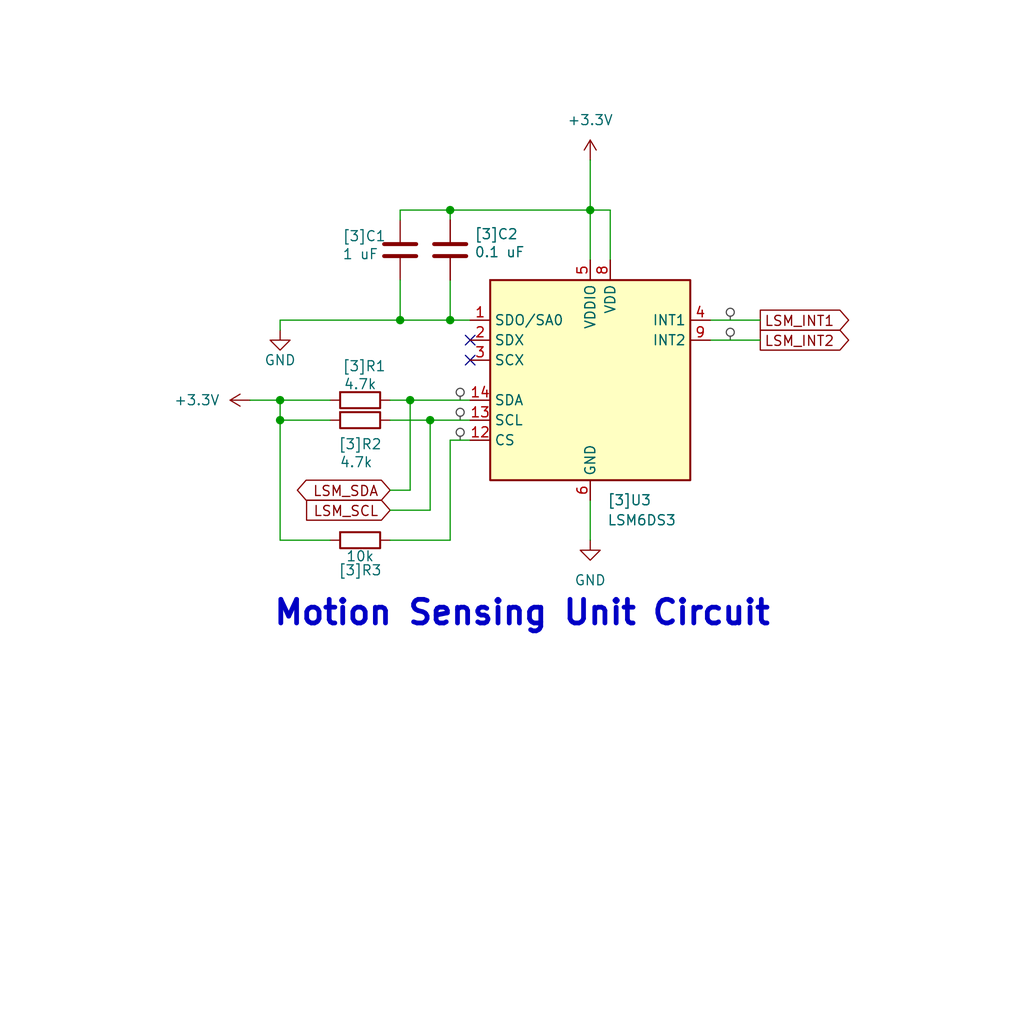
<source format=kicad_sch>
(kicad_sch
	(version 20250114)
	(generator "eeschema")
	(generator_version "9.0")
	(uuid "532dcd68-a3b4-4e1d-a36b-726269229228")
	(paper "User" 130 130)
	(lib_symbols
		(symbol "Device:C"
			(pin_numbers
				(hide yes)
			)
			(pin_names
				(offset 0.254)
			)
			(exclude_from_sim no)
			(in_bom yes)
			(on_board yes)
			(property "Reference" "C"
				(at 0.635 2.54 0)
				(effects
					(font
						(size 1.27 1.27)
					)
					(justify left)
				)
			)
			(property "Value" "C"
				(at 0.635 -2.54 0)
				(effects
					(font
						(size 1.27 1.27)
					)
					(justify left)
				)
			)
			(property "Footprint" ""
				(at 0.9652 -3.81 0)
				(effects
					(font
						(size 1.27 1.27)
					)
					(hide yes)
				)
			)
			(property "Datasheet" "~"
				(at 0 0 0)
				(effects
					(font
						(size 1.27 1.27)
					)
					(hide yes)
				)
			)
			(property "Description" "Unpolarized capacitor"
				(at 0 0 0)
				(effects
					(font
						(size 1.27 1.27)
					)
					(hide yes)
				)
			)
			(property "ki_keywords" "cap capacitor"
				(at 0 0 0)
				(effects
					(font
						(size 1.27 1.27)
					)
					(hide yes)
				)
			)
			(property "ki_fp_filters" "C_*"
				(at 0 0 0)
				(effects
					(font
						(size 1.27 1.27)
					)
					(hide yes)
				)
			)
			(symbol "C_0_1"
				(polyline
					(pts
						(xy -2.032 0.762) (xy 2.032 0.762)
					)
					(stroke
						(width 0.508)
						(type default)
					)
					(fill
						(type none)
					)
				)
				(polyline
					(pts
						(xy -2.032 -0.762) (xy 2.032 -0.762)
					)
					(stroke
						(width 0.508)
						(type default)
					)
					(fill
						(type none)
					)
				)
			)
			(symbol "C_1_1"
				(pin passive line
					(at 0 3.81 270)
					(length 2.794)
					(name "~"
						(effects
							(font
								(size 1.27 1.27)
							)
						)
					)
					(number "1"
						(effects
							(font
								(size 1.27 1.27)
							)
						)
					)
				)
				(pin passive line
					(at 0 -3.81 90)
					(length 2.794)
					(name "~"
						(effects
							(font
								(size 1.27 1.27)
							)
						)
					)
					(number "2"
						(effects
							(font
								(size 1.27 1.27)
							)
						)
					)
				)
			)
			(embedded_fonts no)
		)
		(symbol "Device:R"
			(pin_numbers
				(hide yes)
			)
			(pin_names
				(offset 0)
			)
			(exclude_from_sim no)
			(in_bom yes)
			(on_board yes)
			(property "Reference" "R"
				(at 2.032 0 90)
				(effects
					(font
						(size 1.27 1.27)
					)
				)
			)
			(property "Value" "R"
				(at 0 0 90)
				(effects
					(font
						(size 1.27 1.27)
					)
				)
			)
			(property "Footprint" ""
				(at -1.778 0 90)
				(effects
					(font
						(size 1.27 1.27)
					)
					(hide yes)
				)
			)
			(property "Datasheet" "~"
				(at 0 0 0)
				(effects
					(font
						(size 1.27 1.27)
					)
					(hide yes)
				)
			)
			(property "Description" "Resistor"
				(at 0 0 0)
				(effects
					(font
						(size 1.27 1.27)
					)
					(hide yes)
				)
			)
			(property "ki_keywords" "R res resistor"
				(at 0 0 0)
				(effects
					(font
						(size 1.27 1.27)
					)
					(hide yes)
				)
			)
			(property "ki_fp_filters" "R_*"
				(at 0 0 0)
				(effects
					(font
						(size 1.27 1.27)
					)
					(hide yes)
				)
			)
			(symbol "R_0_1"
				(rectangle
					(start -1.016 -2.54)
					(end 1.016 2.54)
					(stroke
						(width 0.254)
						(type default)
					)
					(fill
						(type none)
					)
				)
			)
			(symbol "R_1_1"
				(pin passive line
					(at 0 3.81 270)
					(length 1.27)
					(name "~"
						(effects
							(font
								(size 1.27 1.27)
							)
						)
					)
					(number "1"
						(effects
							(font
								(size 1.27 1.27)
							)
						)
					)
				)
				(pin passive line
					(at 0 -3.81 90)
					(length 1.27)
					(name "~"
						(effects
							(font
								(size 1.27 1.27)
							)
						)
					)
					(number "2"
						(effects
							(font
								(size 1.27 1.27)
							)
						)
					)
				)
			)
			(embedded_fonts no)
		)
		(symbol "Sensor_Motion:LSM6DS3"
			(exclude_from_sim no)
			(in_bom yes)
			(on_board yes)
			(property "Reference" "U"
				(at -11.43 15.24 0)
				(effects
					(font
						(size 1.27 1.27)
					)
					(justify left)
				)
			)
			(property "Value" "LSM6DS3"
				(at -11.43 12.7 0)
				(effects
					(font
						(size 1.27 1.27)
					)
					(justify left bottom)
				)
			)
			(property "Footprint" "Package_LGA:LGA-14_3x2.5mm_P0.5mm_LayoutBorder3x4y"
				(at -10.16 -17.78 0)
				(effects
					(font
						(size 1.27 1.27)
					)
					(justify left)
					(hide yes)
				)
			)
			(property "Datasheet" "https://www.st.com/resource/en/datasheet/lsm6ds3tr-c.pdf"
				(at 2.54 -16.51 0)
				(effects
					(font
						(size 1.27 1.27)
					)
					(hide yes)
				)
			)
			(property "Description" "I2C/SPI, iNEMO inertial module: always-on 3D accelerometer and 3D gyroscope"
				(at 0 0 0)
				(effects
					(font
						(size 1.27 1.27)
					)
					(hide yes)
				)
			)
			(property "ki_keywords" "Accelerometer Gyroscope MEMS"
				(at 0 0 0)
				(effects
					(font
						(size 1.27 1.27)
					)
					(hide yes)
				)
			)
			(property "ki_fp_filters" "LGA*3x2.5mm*P0.5mm*LayoutBorder3x4y*"
				(at 0 0 0)
				(effects
					(font
						(size 1.27 1.27)
					)
					(hide yes)
				)
			)
			(symbol "LSM6DS3_0_1"
				(rectangle
					(start -12.7 12.7)
					(end 12.7 -12.7)
					(stroke
						(width 0.254)
						(type default)
					)
					(fill
						(type background)
					)
				)
			)
			(symbol "LSM6DS3_1_1"
				(pin bidirectional line
					(at -15.24 7.62 0)
					(length 2.54)
					(name "SDO/SA0"
						(effects
							(font
								(size 1.27 1.27)
							)
						)
					)
					(number "1"
						(effects
							(font
								(size 1.27 1.27)
							)
						)
					)
				)
				(pin bidirectional line
					(at -15.24 5.08 0)
					(length 2.54)
					(name "SDX"
						(effects
							(font
								(size 1.27 1.27)
							)
						)
					)
					(number "2"
						(effects
							(font
								(size 1.27 1.27)
							)
						)
					)
				)
				(pin input line
					(at -15.24 2.54 0)
					(length 2.54)
					(name "SCX"
						(effects
							(font
								(size 1.27 1.27)
							)
						)
					)
					(number "3"
						(effects
							(font
								(size 1.27 1.27)
							)
						)
					)
				)
				(pin bidirectional line
					(at -15.24 -2.54 0)
					(length 2.54)
					(name "SDA"
						(effects
							(font
								(size 1.27 1.27)
							)
						)
					)
					(number "14"
						(effects
							(font
								(size 1.27 1.27)
							)
						)
					)
				)
				(pin input line
					(at -15.24 -5.08 0)
					(length 2.54)
					(name "SCL"
						(effects
							(font
								(size 1.27 1.27)
							)
						)
					)
					(number "13"
						(effects
							(font
								(size 1.27 1.27)
							)
						)
					)
				)
				(pin input line
					(at -15.24 -7.62 0)
					(length 2.54)
					(name "CS"
						(effects
							(font
								(size 1.27 1.27)
							)
						)
					)
					(number "12"
						(effects
							(font
								(size 1.27 1.27)
							)
						)
					)
				)
				(pin power_in line
					(at 0 15.24 270)
					(length 2.54)
					(name "VDDIO"
						(effects
							(font
								(size 1.27 1.27)
							)
						)
					)
					(number "5"
						(effects
							(font
								(size 1.27 1.27)
							)
						)
					)
				)
				(pin power_in line
					(at 0 -15.24 90)
					(length 2.54)
					(name "GND"
						(effects
							(font
								(size 1.27 1.27)
							)
						)
					)
					(number "6"
						(effects
							(font
								(size 1.27 1.27)
							)
						)
					)
				)
				(pin passive line
					(at 0 -15.24 90)
					(length 2.54)
					(hide yes)
					(name "GND"
						(effects
							(font
								(size 1.27 1.27)
							)
						)
					)
					(number "7"
						(effects
							(font
								(size 1.27 1.27)
							)
						)
					)
				)
				(pin power_in line
					(at 2.54 15.24 270)
					(length 2.54)
					(name "VDD"
						(effects
							(font
								(size 1.27 1.27)
							)
						)
					)
					(number "8"
						(effects
							(font
								(size 1.27 1.27)
							)
						)
					)
				)
				(pin no_connect line
					(at 12.7 -2.54 180)
					(length 3.81)
					(hide yes)
					(name "NC"
						(effects
							(font
								(size 1.27 1.27)
							)
						)
					)
					(number "11"
						(effects
							(font
								(size 1.27 1.27)
							)
						)
					)
				)
				(pin no_connect line
					(at 12.7 -5.08 180)
					(length 3.81)
					(hide yes)
					(name "NC"
						(effects
							(font
								(size 1.27 1.27)
							)
						)
					)
					(number "10"
						(effects
							(font
								(size 1.27 1.27)
							)
						)
					)
				)
				(pin output line
					(at 15.24 7.62 180)
					(length 2.54)
					(name "INT1"
						(effects
							(font
								(size 1.27 1.27)
							)
						)
					)
					(number "4"
						(effects
							(font
								(size 1.27 1.27)
							)
						)
					)
				)
				(pin output line
					(at 15.24 5.08 180)
					(length 2.54)
					(name "INT2"
						(effects
							(font
								(size 1.27 1.27)
							)
						)
					)
					(number "9"
						(effects
							(font
								(size 1.27 1.27)
							)
						)
					)
				)
			)
			(embedded_fonts no)
		)
		(symbol "power:+3.3V"
			(power)
			(pin_numbers
				(hide yes)
			)
			(pin_names
				(offset 0)
				(hide yes)
			)
			(exclude_from_sim no)
			(in_bom yes)
			(on_board yes)
			(property "Reference" "#PWR"
				(at 0 -3.81 0)
				(effects
					(font
						(size 1.27 1.27)
					)
					(hide yes)
				)
			)
			(property "Value" "+3.3V"
				(at 0 3.556 0)
				(effects
					(font
						(size 1.27 1.27)
					)
				)
			)
			(property "Footprint" ""
				(at 0 0 0)
				(effects
					(font
						(size 1.27 1.27)
					)
					(hide yes)
				)
			)
			(property "Datasheet" ""
				(at 0 0 0)
				(effects
					(font
						(size 1.27 1.27)
					)
					(hide yes)
				)
			)
			(property "Description" "Power symbol creates a global label with name \"+3.3V\""
				(at 0 0 0)
				(effects
					(font
						(size 1.27 1.27)
					)
					(hide yes)
				)
			)
			(property "ki_keywords" "global power"
				(at 0 0 0)
				(effects
					(font
						(size 1.27 1.27)
					)
					(hide yes)
				)
			)
			(symbol "+3.3V_0_1"
				(polyline
					(pts
						(xy -0.762 1.27) (xy 0 2.54)
					)
					(stroke
						(width 0)
						(type default)
					)
					(fill
						(type none)
					)
				)
				(polyline
					(pts
						(xy 0 2.54) (xy 0.762 1.27)
					)
					(stroke
						(width 0)
						(type default)
					)
					(fill
						(type none)
					)
				)
				(polyline
					(pts
						(xy 0 0) (xy 0 2.54)
					)
					(stroke
						(width 0)
						(type default)
					)
					(fill
						(type none)
					)
				)
			)
			(symbol "+3.3V_1_1"
				(pin power_in line
					(at 0 0 90)
					(length 0)
					(name "~"
						(effects
							(font
								(size 1.27 1.27)
							)
						)
					)
					(number "1"
						(effects
							(font
								(size 1.27 1.27)
							)
						)
					)
				)
			)
			(embedded_fonts no)
		)
		(symbol "power:GND"
			(power)
			(pin_numbers
				(hide yes)
			)
			(pin_names
				(offset 0)
				(hide yes)
			)
			(exclude_from_sim no)
			(in_bom yes)
			(on_board yes)
			(property "Reference" "#PWR"
				(at 0 -6.35 0)
				(effects
					(font
						(size 1.27 1.27)
					)
					(hide yes)
				)
			)
			(property "Value" "GND"
				(at 0 -3.81 0)
				(effects
					(font
						(size 1.27 1.27)
					)
				)
			)
			(property "Footprint" ""
				(at 0 0 0)
				(effects
					(font
						(size 1.27 1.27)
					)
					(hide yes)
				)
			)
			(property "Datasheet" ""
				(at 0 0 0)
				(effects
					(font
						(size 1.27 1.27)
					)
					(hide yes)
				)
			)
			(property "Description" "Power symbol creates a global label with name \"GND\" , ground"
				(at 0 0 0)
				(effects
					(font
						(size 1.27 1.27)
					)
					(hide yes)
				)
			)
			(property "ki_keywords" "global power"
				(at 0 0 0)
				(effects
					(font
						(size 1.27 1.27)
					)
					(hide yes)
				)
			)
			(symbol "GND_0_1"
				(polyline
					(pts
						(xy 0 0) (xy 0 -1.27) (xy 1.27 -1.27) (xy 0 -2.54) (xy -1.27 -1.27) (xy 0 -1.27)
					)
					(stroke
						(width 0)
						(type default)
					)
					(fill
						(type none)
					)
				)
			)
			(symbol "GND_1_1"
				(pin power_in line
					(at 0 0 270)
					(length 0)
					(name "~"
						(effects
							(font
								(size 1.27 1.27)
							)
						)
					)
					(number "1"
						(effects
							(font
								(size 1.27 1.27)
							)
						)
					)
				)
			)
			(embedded_fonts no)
		)
	)
	(text "Motion Sensing Unit Circuit"
		(exclude_from_sim no)
		(at 66.294 77.978 0)
		(effects
			(font
				(size 3 3)
				(thickness 0.6)
				(bold yes)
			)
		)
		(uuid "078ace98-eb00-4bed-9ee1-2dbaf1caedff")
	)
	(junction
		(at 50.8 40.64)
		(diameter 0)
		(color 0 0 0 0)
		(uuid "4ec37e53-ff47-4c0c-96fe-6d3ec4be6df7")
	)
	(junction
		(at 52.07 50.8)
		(diameter 0)
		(color 0 0 0 0)
		(uuid "559ed212-be83-4c05-a0f9-93b9ad1653f8")
	)
	(junction
		(at 35.56 53.34)
		(diameter 0)
		(color 0 0 0 0)
		(uuid "756670ec-c253-4398-8136-57bb3a44835b")
	)
	(junction
		(at 57.15 40.64)
		(diameter 0)
		(color 0 0 0 0)
		(uuid "76a780c2-9cb3-48fe-b585-318f53904fbe")
	)
	(junction
		(at 74.93 26.67)
		(diameter 0)
		(color 0 0 0 0)
		(uuid "9cb0d2b8-6b87-43ec-aa89-3aba5d4d2dc5")
	)
	(junction
		(at 57.15 26.67)
		(diameter 0)
		(color 0 0 0 0)
		(uuid "a534b76f-ea10-4cad-a5c4-19cdc8fbe7bb")
	)
	(junction
		(at 54.61 53.34)
		(diameter 0)
		(color 0 0 0 0)
		(uuid "d7a1b2e2-3aaf-46a2-816d-8ed8809ad96f")
	)
	(junction
		(at 35.56 50.8)
		(diameter 0)
		(color 0 0 0 0)
		(uuid "edb82402-d957-4b0b-ba02-997f6759656a")
	)
	(no_connect
		(at 59.69 45.72)
		(uuid "3c9cb817-fc68-466b-8a2b-7da24a5ac959")
	)
	(no_connect
		(at 59.69 43.18)
		(uuid "8acc97d1-7ee4-4b70-b23e-24b4d6d0ee89")
	)
	(wire
		(pts
			(xy 50.8 35.56) (xy 50.8 40.64)
		)
		(stroke
			(width 0)
			(type default)
		)
		(uuid "008a9fc0-e5d5-4e79-a2a9-5c3407694e40")
	)
	(wire
		(pts
			(xy 77.47 26.67) (xy 77.47 33.02)
		)
		(stroke
			(width 0)
			(type default)
		)
		(uuid "00a2519f-0b0d-4250-b6ed-03bc0125b986")
	)
	(wire
		(pts
			(xy 57.15 26.67) (xy 74.93 26.67)
		)
		(stroke
			(width 0)
			(type default)
		)
		(uuid "19b0f1d4-f8d7-4045-b5a6-a67833941de9")
	)
	(wire
		(pts
			(xy 41.91 53.34) (xy 35.56 53.34)
		)
		(stroke
			(width 0)
			(type default)
		)
		(uuid "26ba81d0-b3ce-48c6-adfd-17dc1260ac9b")
	)
	(wire
		(pts
			(xy 57.15 55.88) (xy 57.15 68.58)
		)
		(stroke
			(width 0)
			(type default)
		)
		(uuid "2929d74f-dc9e-4eaa-8687-ee4a84ed9b55")
	)
	(wire
		(pts
			(xy 90.17 40.64) (xy 96.52 40.64)
		)
		(stroke
			(width 0)
			(type default)
		)
		(uuid "2b9aca7f-b825-484a-ac24-e9c6ed424502")
	)
	(wire
		(pts
			(xy 50.8 26.67) (xy 50.8 27.94)
		)
		(stroke
			(width 0)
			(type default)
		)
		(uuid "337ae4cc-9956-4df1-9b00-8dfbf806179f")
	)
	(wire
		(pts
			(xy 35.56 41.91) (xy 35.56 40.64)
		)
		(stroke
			(width 0)
			(type default)
		)
		(uuid "40e03f15-8ab8-4212-90ac-7814424ba626")
	)
	(wire
		(pts
			(xy 49.53 53.34) (xy 54.61 53.34)
		)
		(stroke
			(width 0)
			(type default)
		)
		(uuid "42627571-2f9c-4051-90d3-59f5712becfa")
	)
	(wire
		(pts
			(xy 74.93 63.5) (xy 74.93 68.58)
		)
		(stroke
			(width 0)
			(type default)
		)
		(uuid "43ef06d0-c5df-44ab-800a-abc2becdfa4d")
	)
	(wire
		(pts
			(xy 74.93 20.32) (xy 74.93 26.67)
		)
		(stroke
			(width 0)
			(type default)
		)
		(uuid "4762abe4-40d0-4dac-8e21-2e71213884f8")
	)
	(wire
		(pts
			(xy 35.56 53.34) (xy 35.56 68.58)
		)
		(stroke
			(width 0)
			(type default)
		)
		(uuid "49a74d6b-7702-4058-b1e9-17dcbd43af6e")
	)
	(wire
		(pts
			(xy 57.15 40.64) (xy 59.69 40.64)
		)
		(stroke
			(width 0)
			(type default)
		)
		(uuid "50be32b9-6963-4eb3-abf5-29c705c50d64")
	)
	(wire
		(pts
			(xy 54.61 53.34) (xy 59.69 53.34)
		)
		(stroke
			(width 0)
			(type default)
		)
		(uuid "68069872-d3b7-45fc-98b3-df8e58d88a72")
	)
	(wire
		(pts
			(xy 90.17 43.18) (xy 96.52 43.18)
		)
		(stroke
			(width 0)
			(type default)
		)
		(uuid "6889c4db-ebe0-49f4-9956-cbc6dfd8bfa0")
	)
	(wire
		(pts
			(xy 74.93 26.67) (xy 74.93 33.02)
		)
		(stroke
			(width 0)
			(type default)
		)
		(uuid "6e0ef75b-0b78-4e9a-aeba-516b6b290fef")
	)
	(wire
		(pts
			(xy 54.61 64.77) (xy 49.53 64.77)
		)
		(stroke
			(width 0)
			(type default)
		)
		(uuid "752626bc-2391-4bac-84a4-7a0117ebc895")
	)
	(wire
		(pts
			(xy 35.56 68.58) (xy 41.91 68.58)
		)
		(stroke
			(width 0)
			(type default)
		)
		(uuid "79308e4e-334a-4bbc-a193-143708148244")
	)
	(wire
		(pts
			(xy 52.07 50.8) (xy 59.69 50.8)
		)
		(stroke
			(width 0)
			(type default)
		)
		(uuid "97bd1220-ce8c-4d86-93e5-9a6f9bd52e1c")
	)
	(wire
		(pts
			(xy 74.93 26.67) (xy 77.47 26.67)
		)
		(stroke
			(width 0)
			(type default)
		)
		(uuid "995f8c1b-9060-4314-851f-123434e0bb32")
	)
	(wire
		(pts
			(xy 54.61 53.34) (xy 54.61 64.77)
		)
		(stroke
			(width 0)
			(type default)
		)
		(uuid "9e5f0ee9-f3d2-4071-a6b9-394b9982f62a")
	)
	(wire
		(pts
			(xy 35.56 40.64) (xy 50.8 40.64)
		)
		(stroke
			(width 0)
			(type default)
		)
		(uuid "ae33d05e-1bcc-432b-9213-5aa8c7b63aef")
	)
	(wire
		(pts
			(xy 49.53 62.23) (xy 52.07 62.23)
		)
		(stroke
			(width 0)
			(type default)
		)
		(uuid "b3d17848-cbed-4518-bb6e-1ebefc212496")
	)
	(wire
		(pts
			(xy 49.53 68.58) (xy 57.15 68.58)
		)
		(stroke
			(width 0)
			(type default)
		)
		(uuid "c0bed541-4ea5-4f11-b725-d624d73d1099")
	)
	(wire
		(pts
			(xy 49.53 50.8) (xy 52.07 50.8)
		)
		(stroke
			(width 0)
			(type default)
		)
		(uuid "d4993229-1199-4762-8927-8b97e59c55c6")
	)
	(wire
		(pts
			(xy 31.75 50.8) (xy 35.56 50.8)
		)
		(stroke
			(width 0)
			(type default)
		)
		(uuid "d7cca284-1db6-4dc2-9f58-b59cda8c2190")
	)
	(wire
		(pts
			(xy 57.15 35.56) (xy 57.15 40.64)
		)
		(stroke
			(width 0)
			(type default)
		)
		(uuid "dcd23ed9-412c-4f2b-947b-bb598523bf93")
	)
	(wire
		(pts
			(xy 52.07 50.8) (xy 52.07 62.23)
		)
		(stroke
			(width 0)
			(type default)
		)
		(uuid "de7e370a-7090-45b9-8439-843080efbc71")
	)
	(wire
		(pts
			(xy 57.15 26.67) (xy 57.15 27.94)
		)
		(stroke
			(width 0)
			(type default)
		)
		(uuid "ecc501ec-16d0-476e-b327-c06a0d000446")
	)
	(wire
		(pts
			(xy 50.8 40.64) (xy 57.15 40.64)
		)
		(stroke
			(width 0)
			(type default)
		)
		(uuid "f2caa160-82ad-4741-8c78-a5ba58afef0c")
	)
	(wire
		(pts
			(xy 50.8 26.67) (xy 57.15 26.67)
		)
		(stroke
			(width 0)
			(type default)
		)
		(uuid "f32a1e61-97cc-49d6-9467-da3774ec9bab")
	)
	(wire
		(pts
			(xy 35.56 50.8) (xy 41.91 50.8)
		)
		(stroke
			(width 0)
			(type default)
		)
		(uuid "f41cf208-dc5c-46cc-b55b-71a49db110c5")
	)
	(wire
		(pts
			(xy 57.15 55.88) (xy 59.69 55.88)
		)
		(stroke
			(width 0)
			(type default)
		)
		(uuid "f5069b11-e7d2-42eb-b10a-7b5445ef518b")
	)
	(wire
		(pts
			(xy 35.56 50.8) (xy 35.56 53.34)
		)
		(stroke
			(width 0)
			(type default)
		)
		(uuid "f6a70d3a-1b0b-4241-89f5-5abc1f3a3f90")
	)
	(global_label "LSM_SCL"
		(shape input)
		(at 49.53 64.77 180)
		(fields_autoplaced yes)
		(effects
			(font
				(size 1.27 1.27)
				(thickness 0.1588)
			)
			(justify right)
		)
		(uuid "277b443e-bce4-4695-a1ec-9b61efcd952d")
		(property "Intersheetrefs" "${INTERSHEET_REFS}"
			(at 42.3193 64.77 0)
			(effects
				(font
					(size 1.27 1.27)
				)
				(justify right)
				(hide yes)
			)
		)
	)
	(global_label "LSM_INT1"
		(shape output)
		(at 96.52 40.64 0)
		(fields_autoplaced yes)
		(effects
			(font
				(size 1.27 1.27)
				(thickness 0.1588)
			)
			(justify left)
		)
		(uuid "3c8dc5ba-c164-42b2-96ef-e3da3eed919e")
		(property "Intersheetrefs" "${INTERSHEET_REFS}"
			(at 108.2742 40.64 0)
			(effects
				(font
					(size 1.27 1.27)
				)
				(justify left)
				(hide yes)
			)
		)
	)
	(global_label "LSM_INT2"
		(shape output)
		(at 96.52 43.18 0)
		(fields_autoplaced yes)
		(effects
			(font
				(size 1.27 1.27)
				(thickness 0.1588)
			)
			(justify left)
		)
		(uuid "7d7feefb-0ee4-4872-9f39-991e050fc5c9")
		(property "Intersheetrefs" "${INTERSHEET_REFS}"
			(at 103.5493 43.18 0)
			(effects
				(font
					(size 1.27 1.27)
				)
				(justify left)
				(hide yes)
			)
		)
	)
	(global_label "LSM_SDA"
		(shape bidirectional)
		(at 49.53 62.23 180)
		(fields_autoplaced yes)
		(effects
			(font
				(size 1.27 1.27)
				(thickness 0.1588)
			)
			(justify right)
		)
		(uuid "92e6d8fd-453e-4bae-813a-6336913a1e17")
		(property "Intersheetrefs" "${INTERSHEET_REFS}"
			(at 41.208 62.23 0)
			(effects
				(font
					(size 1.27 1.27)
				)
				(justify right)
				(hide yes)
			)
		)
	)
	(netclass_flag ""
		(length 1)
		(shape round)
		(at 92.71 43.18 0)
		(fields_autoplaced yes)
		(effects
			(font
				(size 1.27 1.27)
			)
			(justify left bottom)
		)
		(uuid "28db2910-b197-4d9c-8155-d764e80a01e9")
		(property "Netclass" "Signal"
			(at 93.4085 42.18 0)
			(effects
				(font
					(size 1.27 1.27)
				)
				(justify left)
				(hide yes)
			)
		)
		(property "Component Class" ""
			(at -129.54 -35.56 0)
			(effects
				(font
					(size 1.27 1.27)
					(italic yes)
				)
			)
		)
	)
	(netclass_flag ""
		(length 1)
		(shape round)
		(at 58.42 50.8 0)
		(fields_autoplaced yes)
		(effects
			(font
				(size 1.27 1.27)
			)
			(justify left bottom)
		)
		(uuid "2d0d352f-053d-4c6b-924e-bc4971ac8d40")
		(property "Netclass" "Signal"
			(at 59.1185 49.8 0)
			(effects
				(font
					(size 1.27 1.27)
				)
				(justify left)
				(hide yes)
			)
		)
		(property "Component Class" ""
			(at -76.2 -57.15 0)
			(effects
				(font
					(size 1.27 1.27)
					(italic yes)
				)
			)
		)
	)
	(netclass_flag ""
		(length 1)
		(shape round)
		(at 58.42 55.88 0)
		(fields_autoplaced yes)
		(effects
			(font
				(size 1.27 1.27)
			)
			(justify left bottom)
		)
		(uuid "2d1d6bef-dc6f-42e6-8871-caca39bd1739")
		(property "Netclass" "Signal"
			(at 59.1185 54.88 0)
			(effects
				(font
					(size 1.27 1.27)
				)
				(justify left)
				(hide yes)
			)
		)
		(property "Component Class" ""
			(at -90.17 -44.45 0)
			(effects
				(font
					(size 1.27 1.27)
					(italic yes)
				)
			)
		)
	)
	(netclass_flag ""
		(length 1)
		(shape round)
		(at 58.42 53.34 0)
		(fields_autoplaced yes)
		(effects
			(font
				(size 1.27 1.27)
			)
			(justify left bottom)
		)
		(uuid "3cbc74d8-f9a0-4f2a-b1a6-a950720587dc")
		(property "Netclass" "Signal"
			(at 59.1185 52.34 0)
			(effects
				(font
					(size 1.27 1.27)
				)
				(justify left)
				(hide yes)
			)
		)
		(property "Component Class" ""
			(at -78.74 -57.15 0)
			(effects
				(font
					(size 1.27 1.27)
					(italic yes)
				)
			)
		)
	)
	(netclass_flag ""
		(length 1)
		(shape round)
		(at 92.71 40.64 0)
		(fields_autoplaced yes)
		(effects
			(font
				(size 1.27 1.27)
			)
			(justify left bottom)
		)
		(uuid "ca65b8ae-18ca-48b3-a89a-950d8a9f8444")
		(property "Netclass" "Signal"
			(at 93.4085 39.64 0)
			(effects
				(font
					(size 1.27 1.27)
				)
				(justify left)
				(hide yes)
			)
		)
		(property "Component Class" ""
			(at -129.54 -39.37 0)
			(effects
				(font
					(size 1.27 1.27)
					(italic yes)
				)
			)
		)
	)
	(symbol
		(lib_id "Device:R")
		(at 45.72 50.8 90)
		(unit 1)
		(exclude_from_sim no)
		(in_bom no)
		(on_board yes)
		(dnp no)
		(uuid "0c4451ba-1bca-4f51-a4c9-bd7e0ef26bd8")
		(property "Reference" "[3]R1"
			(at 46.228 46.482 90)
			(effects
				(font
					(size 1.27 1.27)
				)
			)
		)
		(property "Value" "4.7k"
			(at 45.72 48.768 90)
			(effects
				(font
					(size 1.27 1.27)
				)
			)
		)
		(property "Footprint" "Resistor_SMD:R_0201_0603Metric"
			(at 45.72 52.578 90)
			(effects
				(font
					(size 1.27 1.27)
				)
				(hide yes)
			)
		)
		(property "Datasheet" "~"
			(at 45.72 50.8 0)
			(effects
				(font
					(size 1.27 1.27)
				)
				(hide yes)
			)
		)
		(property "Description" "Resistor"
			(at 45.72 50.8 0)
			(effects
				(font
					(size 1.27 1.27)
				)
				(hide yes)
			)
		)
		(property "Distributor Link" "https://uk.rs-online.com/web/p/surface-mount-resistors/1839527"
			(at 45.72 50.8 90)
			(effects
				(font
					(size 1.27 1.27)
				)
				(hide yes)
			)
		)
		(property "Manufacturer" "RS PRO"
			(at 45.72 50.8 90)
			(effects
				(font
					(size 1.27 1.27)
				)
				(hide yes)
			)
		)
		(property "Manufacturer Part Number" "183-9527"
			(at 45.72 50.8 90)
			(effects
				(font
					(size 1.27 1.27)
				)
				(hide yes)
			)
		)
		(pin "2"
			(uuid "be72ed76-d7be-4ca1-85da-f588cb1e843a")
		)
		(pin "1"
			(uuid "6870329e-65fd-4640-be37-8d7866248b57")
		)
		(instances
			(project ""
				(path "/c3097aea-784a-464f-8e6d-2c357f7de5a4/54e550e4-062a-40ad-8604-445329496563"
					(reference "[3]R1")
					(unit 1)
				)
			)
		)
	)
	(symbol
		(lib_id "power:+3.3V")
		(at 31.75 50.8 90)
		(unit 1)
		(exclude_from_sim no)
		(in_bom yes)
		(on_board yes)
		(dnp no)
		(fields_autoplaced yes)
		(uuid "599555eb-d4eb-4801-b626-fe2ead4c808c")
		(property "Reference" "#PWR01"
			(at 35.56 50.8 0)
			(effects
				(font
					(size 1.27 1.27)
				)
				(hide yes)
			)
		)
		(property "Value" "+3.3V"
			(at 27.94 50.7999 90)
			(effects
				(font
					(size 1.27 1.27)
				)
				(justify left)
			)
		)
		(property "Footprint" ""
			(at 31.75 50.8 0)
			(effects
				(font
					(size 1.27 1.27)
				)
				(hide yes)
			)
		)
		(property "Datasheet" ""
			(at 31.75 50.8 0)
			(effects
				(font
					(size 1.27 1.27)
				)
				(hide yes)
			)
		)
		(property "Description" "Power symbol creates a global label with name \"+3.3V\""
			(at 31.75 50.8 0)
			(effects
				(font
					(size 1.27 1.27)
				)
				(hide yes)
			)
		)
		(pin "1"
			(uuid "846b2e5a-1bd5-4c99-8677-4fd6cc052760")
		)
		(instances
			(project "Position and Motion Monitor"
				(path "/c3097aea-784a-464f-8e6d-2c357f7de5a4/54e550e4-062a-40ad-8604-445329496563"
					(reference "#PWR01")
					(unit 1)
				)
			)
		)
	)
	(symbol
		(lib_id "power:GND")
		(at 74.93 68.58 0)
		(unit 1)
		(exclude_from_sim no)
		(in_bom yes)
		(on_board yes)
		(dnp no)
		(fields_autoplaced yes)
		(uuid "6891901d-ed93-4f0b-a46c-c574af2fa2d2")
		(property "Reference" "#PWR09"
			(at 74.93 74.93 0)
			(effects
				(font
					(size 1.27 1.27)
				)
				(hide yes)
			)
		)
		(property "Value" "GND"
			(at 74.93 73.66 0)
			(effects
				(font
					(size 1.27 1.27)
				)
			)
		)
		(property "Footprint" ""
			(at 74.93 68.58 0)
			(effects
				(font
					(size 1.27 1.27)
				)
				(hide yes)
			)
		)
		(property "Datasheet" ""
			(at 74.93 68.58 0)
			(effects
				(font
					(size 1.27 1.27)
				)
				(hide yes)
			)
		)
		(property "Description" "Power symbol creates a global label with name \"GND\" , ground"
			(at 74.93 68.58 0)
			(effects
				(font
					(size 1.27 1.27)
				)
				(hide yes)
			)
		)
		(pin "1"
			(uuid "78907a95-929d-4c34-bb5f-91f3036d0cba")
		)
		(instances
			(project ""
				(path "/c3097aea-784a-464f-8e6d-2c357f7de5a4/54e550e4-062a-40ad-8604-445329496563"
					(reference "#PWR09")
					(unit 1)
				)
			)
		)
	)
	(symbol
		(lib_id "Sensor_Motion:LSM6DS3")
		(at 74.93 48.26 0)
		(unit 1)
		(exclude_from_sim no)
		(in_bom yes)
		(on_board yes)
		(dnp no)
		(fields_autoplaced yes)
		(uuid "6afb8d79-786e-4cd6-bf13-79b6f4006ae8")
		(property "Reference" "[3]U3"
			(at 77.0733 63.5 0)
			(effects
				(font
					(size 1.27 1.27)
				)
				(justify left)
			)
		)
		(property "Value" "LSM6DS3"
			(at 77.0733 66.04 0)
			(effects
				(font
					(size 1.27 1.27)
				)
				(justify left)
			)
		)
		(property "Footprint" "Package_LGA:LGA-14_3x2.5mm_P0.5mm_LayoutBorder3x4y"
			(at 64.77 66.04 0)
			(effects
				(font
					(size 1.27 1.27)
				)
				(justify left)
				(hide yes)
			)
		)
		(property "Datasheet" "https://www.st.com/resource/en/datasheet/lsm6ds3tr-c.pdf"
			(at 77.47 64.77 0)
			(effects
				(font
					(size 1.27 1.27)
				)
				(hide yes)
			)
		)
		(property "Description" "I2C/SPI, iNEMO inertial module: always-on 3D accelerometer and 3D gyroscope"
			(at 74.93 48.26 0)
			(effects
				(font
					(size 1.27 1.27)
				)
				(hide yes)
			)
		)
		(property "Distributor Link" "https://www.mouser.co.uk/ProductDetail/STMicroelectronics/LSM6DSO32TR?qs=rI7uf1IzohQPdukPhHG9Gw%3D%3D"
			(at 74.93 48.26 0)
			(effects
				(font
					(size 1.27 1.27)
				)
				(hide yes)
			)
		)
		(property "Manufacturer" "STMicroelectronics"
			(at 74.93 48.26 0)
			(effects
				(font
					(size 1.27 1.27)
				)
				(hide yes)
			)
		)
		(property "Manufacturer Part Number" "LSM6DSO32TR"
			(at 74.93 48.26 0)
			(effects
				(font
					(size 1.27 1.27)
				)
				(hide yes)
			)
		)
		(pin "10"
			(uuid "cde0f164-ad66-458e-ab97-74d6cf096db1")
		)
		(pin "14"
			(uuid "3bd3e40d-a6a6-4fff-ba19-69838778b38c")
		)
		(pin "7"
			(uuid "c120ad61-4215-4feb-8bc0-e9f533e56bca")
		)
		(pin "8"
			(uuid "3638ad92-58a8-4d58-844c-03eeca91046d")
		)
		(pin "11"
			(uuid "91bd0cdf-e772-4007-bb57-52cbfca524cc")
		)
		(pin "9"
			(uuid "add4ee9e-5c5e-4e25-ba5d-741155d81a79")
		)
		(pin "12"
			(uuid "48162297-d142-4e4e-9f40-6846cb0f9aa2")
		)
		(pin "6"
			(uuid "79a1e542-7f2a-4c15-9fcc-72216d2b1003")
		)
		(pin "2"
			(uuid "481b0f5f-d0af-465b-a1a0-de40aea5ad66")
		)
		(pin "5"
			(uuid "763244f2-9439-4f6a-9b84-f8d7bc9054fb")
		)
		(pin "4"
			(uuid "c3a98b93-c060-495e-b29c-8754e25a157b")
		)
		(pin "13"
			(uuid "b47a0a0e-ace6-488e-b1c1-d56e3a85328d")
		)
		(pin "1"
			(uuid "8678354a-0774-41a3-9746-2fac02a3ac25")
		)
		(pin "3"
			(uuid "c9b41af3-5f3a-48a5-ab46-3f2dc2ad7eba")
		)
		(instances
			(project ""
				(path "/c3097aea-784a-464f-8e6d-2c357f7de5a4/54e550e4-062a-40ad-8604-445329496563"
					(reference "[3]U3")
					(unit 1)
				)
			)
		)
	)
	(symbol
		(lib_id "power:+3.3V")
		(at 74.93 20.32 0)
		(unit 1)
		(exclude_from_sim no)
		(in_bom yes)
		(on_board yes)
		(dnp no)
		(fields_autoplaced yes)
		(uuid "9910aa8e-36c6-4a07-ae94-ad857408764f")
		(property "Reference" "#PWR015"
			(at 74.93 24.13 0)
			(effects
				(font
					(size 1.27 1.27)
				)
				(hide yes)
			)
		)
		(property "Value" "+3.3V"
			(at 74.93 15.24 0)
			(effects
				(font
					(size 1.27 1.27)
				)
			)
		)
		(property "Footprint" ""
			(at 74.93 20.32 0)
			(effects
				(font
					(size 1.27 1.27)
				)
				(hide yes)
			)
		)
		(property "Datasheet" ""
			(at 74.93 20.32 0)
			(effects
				(font
					(size 1.27 1.27)
				)
				(hide yes)
			)
		)
		(property "Description" "Power symbol creates a global label with name \"+3.3V\""
			(at 74.93 20.32 0)
			(effects
				(font
					(size 1.27 1.27)
				)
				(hide yes)
			)
		)
		(pin "1"
			(uuid "0ffc627b-55bb-462c-9001-f728b0d1bdcf")
		)
		(instances
			(project ""
				(path "/c3097aea-784a-464f-8e6d-2c357f7de5a4/54e550e4-062a-40ad-8604-445329496563"
					(reference "#PWR015")
					(unit 1)
				)
			)
		)
	)
	(symbol
		(lib_id "Device:R")
		(at 45.72 53.34 90)
		(unit 1)
		(exclude_from_sim no)
		(in_bom no)
		(on_board yes)
		(dnp no)
		(uuid "9ab8ddda-ad87-46c9-ab53-29e608e5606b")
		(property "Reference" "[3]R2"
			(at 45.72 56.388 90)
			(effects
				(font
					(size 1.27 1.27)
				)
			)
		)
		(property "Value" "4.7k"
			(at 45.212 58.674 90)
			(effects
				(font
					(size 1.27 1.27)
				)
			)
		)
		(property "Footprint" "Resistor_SMD:R_0201_0603Metric"
			(at 45.72 55.118 90)
			(effects
				(font
					(size 1.27 1.27)
				)
				(hide yes)
			)
		)
		(property "Datasheet" "~"
			(at 45.72 53.34 0)
			(effects
				(font
					(size 1.27 1.27)
				)
				(hide yes)
			)
		)
		(property "Description" "Resistor"
			(at 45.72 53.34 0)
			(effects
				(font
					(size 1.27 1.27)
				)
				(hide yes)
			)
		)
		(property "Distributor Link" "https://uk.rs-online.com/web/p/surface-mount-resistors/1839527"
			(at 45.72 53.34 90)
			(effects
				(font
					(size 1.27 1.27)
				)
				(hide yes)
			)
		)
		(property "Manufacturer" "RS PRO"
			(at 45.72 53.34 90)
			(effects
				(font
					(size 1.27 1.27)
				)
				(hide yes)
			)
		)
		(property "Manufacturer Part Number" "183-9527"
			(at 45.72 53.34 90)
			(effects
				(font
					(size 1.27 1.27)
				)
				(hide yes)
			)
		)
		(pin "1"
			(uuid "be6d9edc-433b-428b-b4cf-1d122fe0575d")
		)
		(pin "2"
			(uuid "3b63cc8a-b7af-47b9-9b84-93d87c19dbed")
		)
		(instances
			(project ""
				(path "/c3097aea-784a-464f-8e6d-2c357f7de5a4/54e550e4-062a-40ad-8604-445329496563"
					(reference "[3]R2")
					(unit 1)
				)
			)
		)
	)
	(symbol
		(lib_id "Device:C")
		(at 50.8 31.75 0)
		(unit 1)
		(exclude_from_sim no)
		(in_bom no)
		(on_board yes)
		(dnp no)
		(uuid "afc81aa4-2dbf-4d64-8b1c-d011a340bfdd")
		(property "Reference" "[3]C1"
			(at 43.434 29.972 0)
			(effects
				(font
					(size 1.27 1.27)
				)
				(justify left)
			)
		)
		(property "Value" "1 uF"
			(at 43.434 32.258 0)
			(effects
				(font
					(size 1.27 1.27)
				)
				(justify left)
			)
		)
		(property "Footprint" "Capacitor_SMD:C_0201_0603Metric"
			(at 51.7652 35.56 0)
			(effects
				(font
					(size 1.27 1.27)
				)
				(hide yes)
			)
		)
		(property "Datasheet" "~"
			(at 50.8 31.75 0)
			(effects
				(font
					(size 1.27 1.27)
				)
				(hide yes)
			)
		)
		(property "Description" "Unpolarized capacitor"
			(at 50.8 31.75 0)
			(effects
				(font
					(size 1.27 1.27)
				)
				(hide yes)
			)
		)
		(property "Distributor Link" "https://www.mouser.co.uk/ProductDetail/KYOCERA-AVX/KAM03CT70G105MH?qs=%252BICfH0Hx1eT7VNZsHroBiw%3D%3D"
			(at 50.8 31.75 0)
			(effects
				(font
					(size 1.27 1.27)
				)
				(hide yes)
			)
		)
		(property "Manufacturer" "KYOCERA AVX"
			(at 50.8 31.75 0)
			(effects
				(font
					(size 1.27 1.27)
				)
				(hide yes)
			)
		)
		(property "Manufacturer Part Number" "KAM03CT70G105MH"
			(at 50.8 31.75 0)
			(effects
				(font
					(size 1.27 1.27)
				)
				(hide yes)
			)
		)
		(pin "2"
			(uuid "c4790449-6828-41bc-a21a-d8d599862712")
		)
		(pin "1"
			(uuid "d61a2684-4e0f-4ed9-af0c-dca3da98ff83")
		)
		(instances
			(project ""
				(path "/c3097aea-784a-464f-8e6d-2c357f7de5a4/54e550e4-062a-40ad-8604-445329496563"
					(reference "[3]C1")
					(unit 1)
				)
			)
		)
	)
	(symbol
		(lib_id "Device:C")
		(at 57.15 31.75 0)
		(unit 1)
		(exclude_from_sim no)
		(in_bom no)
		(on_board yes)
		(dnp no)
		(uuid "c8d01adb-bfca-41fa-9a65-a1d763fc7979")
		(property "Reference" "[3]C2"
			(at 60.198 29.718 0)
			(effects
				(font
					(size 1.27 1.27)
				)
				(justify left)
			)
		)
		(property "Value" "0.1 uF"
			(at 60.198 32.0039 0)
			(effects
				(font
					(size 1.27 1.27)
				)
				(justify left)
			)
		)
		(property "Footprint" "Capacitor_SMD:C_0201_0603Metric"
			(at 58.1152 35.56 0)
			(effects
				(font
					(size 1.27 1.27)
				)
				(hide yes)
			)
		)
		(property "Datasheet" "~"
			(at 57.15 31.75 0)
			(effects
				(font
					(size 1.27 1.27)
				)
				(hide yes)
			)
		)
		(property "Description" "Unpolarized capacitor"
			(at 57.15 31.75 0)
			(effects
				(font
					(size 1.27 1.27)
				)
				(hide yes)
			)
		)
		(property "Distributor Link" "https://www.mouser.co.uk/ProductDetail/KYOCERA-AVX/02016C104KAT2A?qs=y6ZabgHbY%252Bw1l%252Bcp%2FfjNbA%3D%3D"
			(at 57.15 31.75 0)
			(effects
				(font
					(size 1.27 1.27)
				)
				(hide yes)
			)
		)
		(property "Manufacturer" "KYOCERA AVX"
			(at 57.15 31.75 0)
			(effects
				(font
					(size 1.27 1.27)
				)
				(hide yes)
			)
		)
		(property "Manufacturer Part Number" "02016C104KAT2A"
			(at 57.15 31.75 0)
			(effects
				(font
					(size 1.27 1.27)
				)
				(hide yes)
			)
		)
		(pin "1"
			(uuid "78ba30ca-e10f-4410-96de-fcbcbd667cec")
		)
		(pin "2"
			(uuid "dc34b303-2f8c-4540-bb71-7b09a7c13a83")
		)
		(instances
			(project ""
				(path "/c3097aea-784a-464f-8e6d-2c357f7de5a4/54e550e4-062a-40ad-8604-445329496563"
					(reference "[3]C2")
					(unit 1)
				)
			)
		)
	)
	(symbol
		(lib_id "power:GND")
		(at 35.56 41.91 0)
		(unit 1)
		(exclude_from_sim no)
		(in_bom no)
		(on_board yes)
		(dnp no)
		(uuid "e0665ed8-e108-4f4b-a40b-7b0a531f3412")
		(property "Reference" "#PWR011"
			(at 35.56 48.26 0)
			(effects
				(font
					(size 1.27 1.27)
				)
				(hide yes)
			)
		)
		(property "Value" "GND"
			(at 35.56 45.72 0)
			(effects
				(font
					(size 1.27 1.27)
				)
			)
		)
		(property "Footprint" ""
			(at 35.56 41.91 0)
			(effects
				(font
					(size 1.27 1.27)
				)
				(hide yes)
			)
		)
		(property "Datasheet" ""
			(at 35.56 41.91 0)
			(effects
				(font
					(size 1.27 1.27)
				)
				(hide yes)
			)
		)
		(property "Description" "Power symbol creates a global label with name \"GND\" , ground"
			(at 35.56 41.91 0)
			(effects
				(font
					(size 1.27 1.27)
				)
				(hide yes)
			)
		)
		(pin "1"
			(uuid "8f581e09-6544-4bd5-8d5f-c28b7c0a634b")
		)
		(instances
			(project ""
				(path "/c3097aea-784a-464f-8e6d-2c357f7de5a4/54e550e4-062a-40ad-8604-445329496563"
					(reference "#PWR011")
					(unit 1)
				)
			)
		)
	)
	(symbol
		(lib_id "Device:R")
		(at 45.72 68.58 270)
		(unit 1)
		(exclude_from_sim no)
		(in_bom no)
		(on_board yes)
		(dnp no)
		(uuid "feb21d22-bd44-47dc-a8c9-fecef4a07988")
		(property "Reference" "[3]R3"
			(at 45.72 72.39 90)
			(effects
				(font
					(size 1.27 1.27)
				)
			)
		)
		(property "Value" "10k"
			(at 45.72 70.612 90)
			(effects
				(font
					(size 1.27 1.27)
				)
			)
		)
		(property "Footprint" "Resistor_SMD:R_0201_0603Metric"
			(at 45.72 66.802 90)
			(effects
				(font
					(size 1.27 1.27)
				)
				(hide yes)
			)
		)
		(property "Datasheet" "~"
			(at 45.72 68.58 0)
			(effects
				(font
					(size 1.27 1.27)
				)
				(hide yes)
			)
		)
		(property "Description" "Resistor"
			(at 45.72 68.58 0)
			(effects
				(font
					(size 1.27 1.27)
				)
				(hide yes)
			)
		)
		(property "Distributor Link" "https://uk.farnell.com/yageo/rc0201fr-0710kl/res-10k-1-0-05w-0201-thick-film/dp/1857008?gross_price=true"
			(at 45.72 68.58 90)
			(effects
				(font
					(size 1.27 1.27)
				)
				(hide yes)
			)
		)
		(property "Manufacturer" "Yageo"
			(at 45.72 68.58 90)
			(effects
				(font
					(size 1.27 1.27)
				)
				(hide yes)
			)
		)
		(property "Manufacturer Part Number" "RC0201FR-0710KL"
			(at 45.72 68.58 90)
			(effects
				(font
					(size 1.27 1.27)
				)
				(hide yes)
			)
		)
		(pin "2"
			(uuid "bb328ef1-860d-4e2e-af00-cfdfac3a770f")
		)
		(pin "1"
			(uuid "cfca8c0b-26f5-4ace-8a38-b35354474c31")
		)
		(instances
			(project "Position and Motion Monitor"
				(path "/c3097aea-784a-464f-8e6d-2c357f7de5a4/54e550e4-062a-40ad-8604-445329496563"
					(reference "[3]R3")
					(unit 1)
				)
			)
		)
	)
)

</source>
